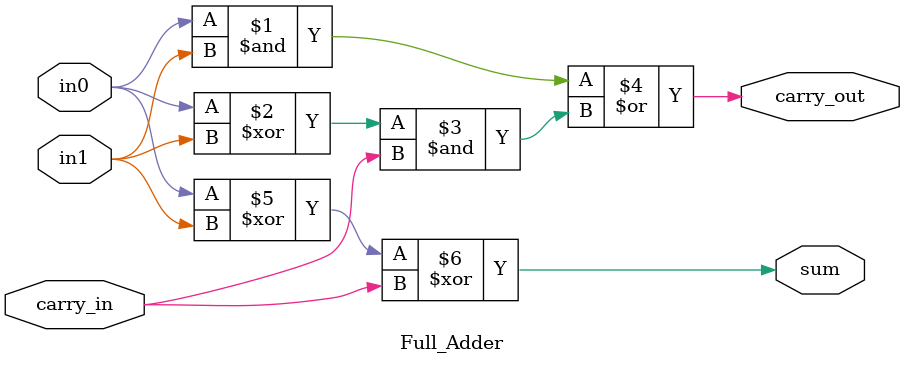
<source format=v>
`timescale 1ns / 1ps


module Full_Adder(
    carry_out,
    sum,
    carry_in,
    in0,
    in1
    );
    
    output carry_out;
    output sum;
    input carry_in;
    input in0;
    input in1;
    
    assign carry_out = (in0 & in1) | ((in0 ^ in1) & carry_in);
    assign sum = in0 ^ in1 ^ carry_in;
endmodule

</source>
